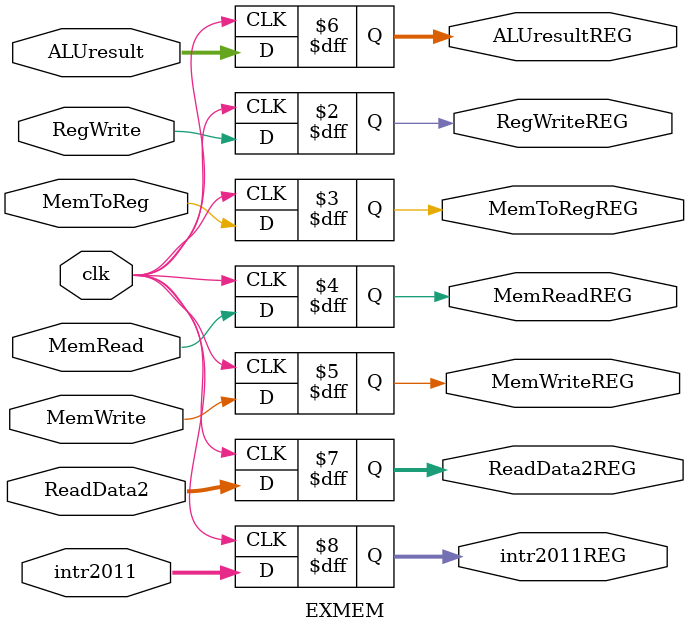
<source format=v>
module EXMEM(RegWrite,MemToReg,MemRead,MemWrite,clk,RegWriteREG,MemToRegREG,MemReadREG,MemWriteREG
		,ALUresult,ReadData2,intr2011,ALUresultREG,ReadData2REG,intr2011REG);
input clk;
input RegWrite,MemToReg,	MemRead,MemWrite;
input [31:0]ALUresult,ReadData2;
input [4:0]intr2011;
output reg RegWriteREG,MemToRegREG,	MemReadREG,MemWriteREG;
output reg[31:0]ALUresultREG,ReadData2REG;
output reg[4:0]intr2011REG;
always@(posedge clk)
begin
//WB
RegWriteREG=RegWrite;
MemToRegREG=MemToReg;
//M
MemReadREG=MemRead;
MemWriteREG=MemWrite;
//else
ALUresultREG=ALUresult;
ReadData2REG=ReadData2;
intr2011REG=intr2011;
end
endmodule
</source>
